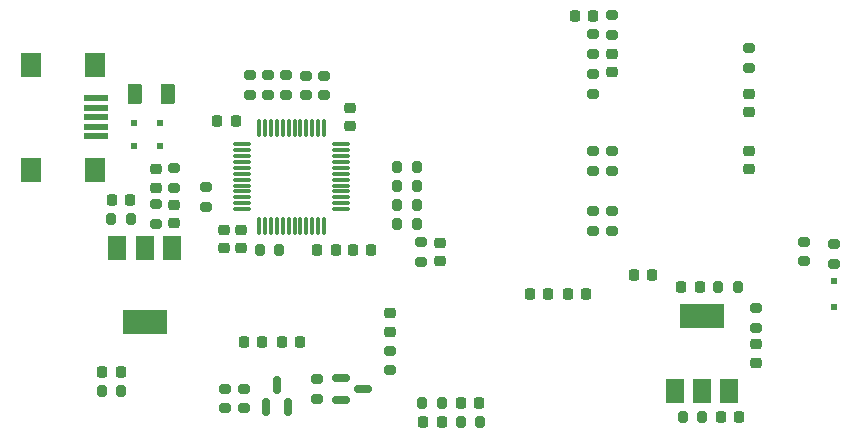
<source format=gbr>
%TF.GenerationSoftware,KiCad,Pcbnew,(6.0.0)*%
%TF.CreationDate,2023-02-03T01:01:01+01:00*%
%TF.ProjectId,EL1000_Lastcontroller,454c3130-3030-45f4-9c61-7374636f6e74,1*%
%TF.SameCoordinates,Original*%
%TF.FileFunction,Paste,Top*%
%TF.FilePolarity,Positive*%
%FSLAX46Y46*%
G04 Gerber Fmt 4.6, Leading zero omitted, Abs format (unit mm)*
G04 Created by KiCad (PCBNEW (6.0.0)) date 2023-02-03 01:01:01*
%MOMM*%
%LPD*%
G01*
G04 APERTURE LIST*
G04 Aperture macros list*
%AMRoundRect*
0 Rectangle with rounded corners*
0 $1 Rounding radius*
0 $2 $3 $4 $5 $6 $7 $8 $9 X,Y pos of 4 corners*
0 Add a 4 corners polygon primitive as box body*
4,1,4,$2,$3,$4,$5,$6,$7,$8,$9,$2,$3,0*
0 Add four circle primitives for the rounded corners*
1,1,$1+$1,$2,$3*
1,1,$1+$1,$4,$5*
1,1,$1+$1,$6,$7*
1,1,$1+$1,$8,$9*
0 Add four rect primitives between the rounded corners*
20,1,$1+$1,$2,$3,$4,$5,0*
20,1,$1+$1,$4,$5,$6,$7,0*
20,1,$1+$1,$6,$7,$8,$9,0*
20,1,$1+$1,$8,$9,$2,$3,0*%
G04 Aperture macros list end*
%ADD10RoundRect,0.225000X0.225000X0.250000X-0.225000X0.250000X-0.225000X-0.250000X0.225000X-0.250000X0*%
%ADD11RoundRect,0.200000X0.275000X-0.200000X0.275000X0.200000X-0.275000X0.200000X-0.275000X-0.200000X0*%
%ADD12RoundRect,0.200000X-0.275000X0.200000X-0.275000X-0.200000X0.275000X-0.200000X0.275000X0.200000X0*%
%ADD13RoundRect,0.225000X-0.250000X0.225000X-0.250000X-0.225000X0.250000X-0.225000X0.250000X0.225000X0*%
%ADD14RoundRect,0.200000X-0.200000X-0.275000X0.200000X-0.275000X0.200000X0.275000X-0.200000X0.275000X0*%
%ADD15RoundRect,0.200000X0.200000X0.275000X-0.200000X0.275000X-0.200000X-0.275000X0.200000X-0.275000X0*%
%ADD16RoundRect,0.218750X0.256250X-0.218750X0.256250X0.218750X-0.256250X0.218750X-0.256250X-0.218750X0*%
%ADD17RoundRect,0.225000X-0.225000X-0.250000X0.225000X-0.250000X0.225000X0.250000X-0.225000X0.250000X0*%
%ADD18RoundRect,0.150000X-0.587500X-0.150000X0.587500X-0.150000X0.587500X0.150000X-0.587500X0.150000X0*%
%ADD19RoundRect,0.150000X0.150000X-0.587500X0.150000X0.587500X-0.150000X0.587500X-0.150000X-0.587500X0*%
%ADD20RoundRect,0.218750X-0.256250X0.218750X-0.256250X-0.218750X0.256250X-0.218750X0.256250X0.218750X0*%
%ADD21R,1.500000X2.000000*%
%ADD22R,3.800000X2.000000*%
%ADD23RoundRect,0.218750X-0.218750X-0.256250X0.218750X-0.256250X0.218750X0.256250X-0.218750X0.256250X0*%
%ADD24R,0.500000X0.500000*%
%ADD25RoundRect,0.218750X0.218750X0.256250X-0.218750X0.256250X-0.218750X-0.256250X0.218750X-0.256250X0*%
%ADD26R,2.000000X0.500000*%
%ADD27R,1.700000X2.000000*%
%ADD28RoundRect,0.225000X0.250000X-0.225000X0.250000X0.225000X-0.250000X0.225000X-0.250000X-0.225000X0*%
%ADD29RoundRect,0.075000X0.075000X-0.662500X0.075000X0.662500X-0.075000X0.662500X-0.075000X-0.662500X0*%
%ADD30RoundRect,0.075000X0.662500X-0.075000X0.662500X0.075000X-0.662500X0.075000X-0.662500X-0.075000X0*%
%ADD31RoundRect,0.250000X0.375000X0.625000X-0.375000X0.625000X-0.375000X-0.625000X0.375000X-0.625000X0*%
G04 APERTURE END LIST*
D10*
%TO.C,C18*%
X117575000Y-67000000D03*
X116025000Y-67000000D03*
%TD*%
%TO.C,C7*%
X87775000Y-72600000D03*
X86225000Y-72600000D03*
%TD*%
D11*
%TO.C,R27*%
X88300000Y-51737500D03*
X88300000Y-50087500D03*
%TD*%
D12*
%TO.C,R8*%
X79800000Y-59550000D03*
X79800000Y-61200000D03*
%TD*%
D13*
%TO.C,C17*%
X125800000Y-56425000D03*
X125800000Y-57975000D03*
%TD*%
D12*
%TO.C,R17*%
X112600000Y-61575000D03*
X112600000Y-63225000D03*
%TD*%
D14*
%TO.C,R15*%
X70975000Y-76800000D03*
X72625000Y-76800000D03*
%TD*%
D11*
%TO.C,R39*%
X98000000Y-65825000D03*
X98000000Y-64175000D03*
%TD*%
D15*
%TO.C,R23*%
X124825000Y-68000000D03*
X123175000Y-68000000D03*
%TD*%
D13*
%TO.C,C2*%
X77100000Y-61025000D03*
X77100000Y-62575000D03*
%TD*%
D11*
%TO.C,R21*%
X85050000Y-51712500D03*
X85050000Y-50062500D03*
%TD*%
D14*
%TO.C,R7*%
X84375000Y-64800000D03*
X86025000Y-64800000D03*
%TD*%
D16*
%TO.C,D7*%
X99600000Y-65787500D03*
X99600000Y-64212500D03*
%TD*%
D10*
%TO.C,C19*%
X72575000Y-75200000D03*
X71025000Y-75200000D03*
%TD*%
D11*
%TO.C,R22*%
X83550000Y-51712500D03*
X83550000Y-50062500D03*
%TD*%
D17*
%TO.C,C4*%
X92225000Y-64800000D03*
X93775000Y-64800000D03*
%TD*%
D12*
%TO.C,R1*%
X81400000Y-76575000D03*
X81400000Y-78225000D03*
%TD*%
D11*
%TO.C,R5*%
X95400000Y-75025000D03*
X95400000Y-73375000D03*
%TD*%
D18*
%TO.C,Q2*%
X91262500Y-75650000D03*
X91262500Y-77550000D03*
X93137500Y-76600000D03*
%TD*%
D19*
%TO.C,Q1*%
X84850000Y-78137500D03*
X86750000Y-78137500D03*
X85800000Y-76262500D03*
%TD*%
D12*
%TO.C,R32*%
X130400000Y-64150000D03*
X130400000Y-65800000D03*
%TD*%
D20*
%TO.C,D1*%
X95400000Y-70212500D03*
X95400000Y-71787500D03*
%TD*%
D14*
%TO.C,R14*%
X96000000Y-59400000D03*
X97650000Y-59400000D03*
%TD*%
D12*
%TO.C,R18*%
X112600000Y-49975000D03*
X112600000Y-51625000D03*
%TD*%
D14*
%TO.C,R4*%
X71775000Y-62200000D03*
X73425000Y-62200000D03*
%TD*%
%TO.C,R11*%
X96000000Y-57800000D03*
X97650000Y-57800000D03*
%TD*%
%TO.C,R13*%
X96000000Y-62600000D03*
X97650000Y-62600000D03*
%TD*%
D13*
%TO.C,C8*%
X82800000Y-63112500D03*
X82800000Y-64662500D03*
%TD*%
D10*
%TO.C,C5*%
X111975000Y-68600000D03*
X110425000Y-68600000D03*
%TD*%
D11*
%TO.C,R38*%
X133000000Y-66025000D03*
X133000000Y-64375000D03*
%TD*%
D21*
%TO.C,U5*%
X119500000Y-76750000D03*
X121800000Y-76750000D03*
D22*
X121800000Y-70450000D03*
D21*
X124100000Y-76750000D03*
%TD*%
D23*
%TO.C,D8*%
X111012500Y-45000000D03*
X112587500Y-45000000D03*
%TD*%
D12*
%TO.C,R6*%
X75600000Y-60975000D03*
X75600000Y-62625000D03*
%TD*%
D24*
%TO.C,D4*%
X75900000Y-56050000D03*
X73700000Y-56050000D03*
%TD*%
D10*
%TO.C,C14*%
X121600000Y-68000000D03*
X120050000Y-68000000D03*
%TD*%
D11*
%TO.C,R3*%
X89200000Y-77425000D03*
X89200000Y-75775000D03*
%TD*%
D24*
%TO.C,D5*%
X75900000Y-54050000D03*
X73700000Y-54050000D03*
%TD*%
D13*
%TO.C,C16*%
X125800000Y-51625000D03*
X125800000Y-53175000D03*
%TD*%
D10*
%TO.C,C11*%
X82325000Y-53887500D03*
X80775000Y-53887500D03*
%TD*%
D25*
%TO.C,D3*%
X102947500Y-77800000D03*
X101372500Y-77800000D03*
%TD*%
D26*
%TO.C,J2*%
X70500000Y-52000000D03*
X70500000Y-52800000D03*
X70500000Y-53600000D03*
X70500000Y-54400000D03*
X70500000Y-55200000D03*
D27*
X70400000Y-49150000D03*
X64950000Y-58050000D03*
X70400000Y-58050000D03*
X64950000Y-49150000D03*
%TD*%
D12*
%TO.C,R26*%
X126400000Y-69775000D03*
X126400000Y-71425000D03*
%TD*%
D28*
%TO.C,C12*%
X92000000Y-54375000D03*
X92000000Y-52825000D03*
%TD*%
D16*
%TO.C,D9*%
X75554387Y-59553265D03*
X75554387Y-57978265D03*
%TD*%
D11*
%TO.C,R16*%
X112600000Y-58125000D03*
X112600000Y-56475000D03*
%TD*%
%TO.C,R40*%
X114200000Y-46625000D03*
X114200000Y-44975000D03*
%TD*%
D15*
%TO.C,R9*%
X103025000Y-79400000D03*
X101375000Y-79400000D03*
%TD*%
D16*
%TO.C,D6*%
X126400000Y-74387500D03*
X126400000Y-72812500D03*
%TD*%
D21*
%TO.C,U1*%
X76900000Y-64650000D03*
X74600000Y-64650000D03*
D22*
X74600000Y-70950000D03*
D21*
X72300000Y-64650000D03*
%TD*%
D23*
%TO.C,D2*%
X98212500Y-79400000D03*
X99787500Y-79400000D03*
%TD*%
D29*
%TO.C,U3*%
X84300000Y-62800000D03*
X84800000Y-62800000D03*
X85300000Y-62800000D03*
X85800000Y-62800000D03*
X86300000Y-62800000D03*
X86800000Y-62800000D03*
X87300000Y-62800000D03*
X87800000Y-62800000D03*
X88300000Y-62800000D03*
X88800000Y-62800000D03*
X89300000Y-62800000D03*
X89800000Y-62800000D03*
D30*
X91212500Y-61387500D03*
X91212500Y-60887500D03*
X91212500Y-60387500D03*
X91212500Y-59887500D03*
X91212500Y-59387500D03*
X91212500Y-58887500D03*
X91212500Y-58387500D03*
X91212500Y-57887500D03*
X91212500Y-57387500D03*
X91212500Y-56887500D03*
X91212500Y-56387500D03*
X91212500Y-55887500D03*
D29*
X89800000Y-54475000D03*
X89300000Y-54475000D03*
X88800000Y-54475000D03*
X88300000Y-54475000D03*
X87800000Y-54475000D03*
X87300000Y-54475000D03*
X86800000Y-54475000D03*
X86300000Y-54475000D03*
X85800000Y-54475000D03*
X85300000Y-54475000D03*
X84800000Y-54475000D03*
X84300000Y-54475000D03*
D30*
X82887500Y-55887500D03*
X82887500Y-56387500D03*
X82887500Y-56887500D03*
X82887500Y-57387500D03*
X82887500Y-57887500D03*
X82887500Y-58387500D03*
X82887500Y-58887500D03*
X82887500Y-59387500D03*
X82887500Y-59887500D03*
X82887500Y-60387500D03*
X82887500Y-60887500D03*
X82887500Y-61387500D03*
%TD*%
D10*
%TO.C,C6*%
X108775000Y-68600000D03*
X107225000Y-68600000D03*
%TD*%
D12*
%TO.C,R2*%
X83000000Y-76575000D03*
X83000000Y-78225000D03*
%TD*%
%TO.C,R36*%
X114197711Y-56477520D03*
X114197711Y-58127520D03*
%TD*%
D10*
%TO.C,C1*%
X73375000Y-60600000D03*
X71825000Y-60600000D03*
%TD*%
D17*
%TO.C,C10*%
X123425000Y-79000000D03*
X124975000Y-79000000D03*
%TD*%
D24*
%TO.C,D10*%
X133000000Y-67500000D03*
X133000000Y-69700000D03*
%TD*%
D12*
%TO.C,R24*%
X89800000Y-50087500D03*
X89800000Y-51737500D03*
%TD*%
D13*
%TO.C,C13*%
X81300000Y-63112500D03*
X81300000Y-64662500D03*
%TD*%
D14*
%TO.C,R10*%
X98135000Y-77800000D03*
X99785000Y-77800000D03*
%TD*%
D17*
%TO.C,C9*%
X89225000Y-64800000D03*
X90775000Y-64800000D03*
%TD*%
D12*
%TO.C,R28*%
X125800000Y-47775000D03*
X125800000Y-49425000D03*
%TD*%
D14*
%TO.C,R19*%
X120175000Y-79000000D03*
X121825000Y-79000000D03*
%TD*%
D11*
%TO.C,R25*%
X77081174Y-59590765D03*
X77081174Y-57940765D03*
%TD*%
D13*
%TO.C,C15*%
X114200000Y-48225000D03*
X114200000Y-49775000D03*
%TD*%
D31*
%TO.C,F1*%
X76600000Y-51600000D03*
X73800000Y-51600000D03*
%TD*%
D12*
%TO.C,R37*%
X114200000Y-61575000D03*
X114200000Y-63225000D03*
%TD*%
D17*
%TO.C,C3*%
X83025000Y-72600000D03*
X84575000Y-72600000D03*
%TD*%
D14*
%TO.C,R12*%
X96000000Y-61000000D03*
X97650000Y-61000000D03*
%TD*%
D11*
%TO.C,R35*%
X112600000Y-48225000D03*
X112600000Y-46575000D03*
%TD*%
%TO.C,R20*%
X86550000Y-51712500D03*
X86550000Y-50062500D03*
%TD*%
M02*

</source>
